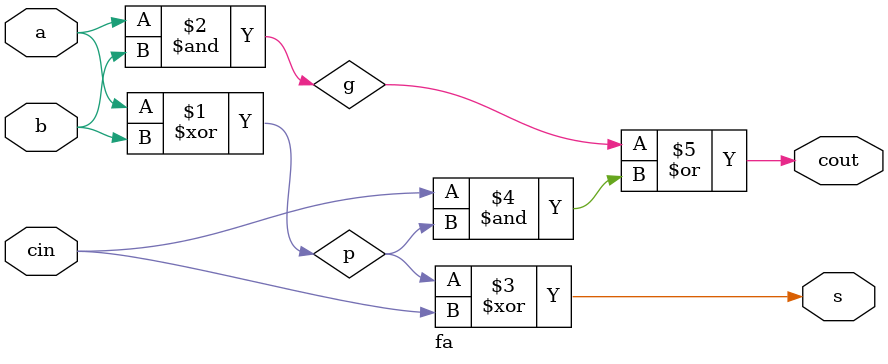
<source format=v>
module fa (
  input a,b,cin,
  output s,cout
);
  wire p,g;
  assign p = a^b;
  assign g = a&b;
  assign s = p^cin;
  assign cout = g|cin&p;

endmodule

</source>
